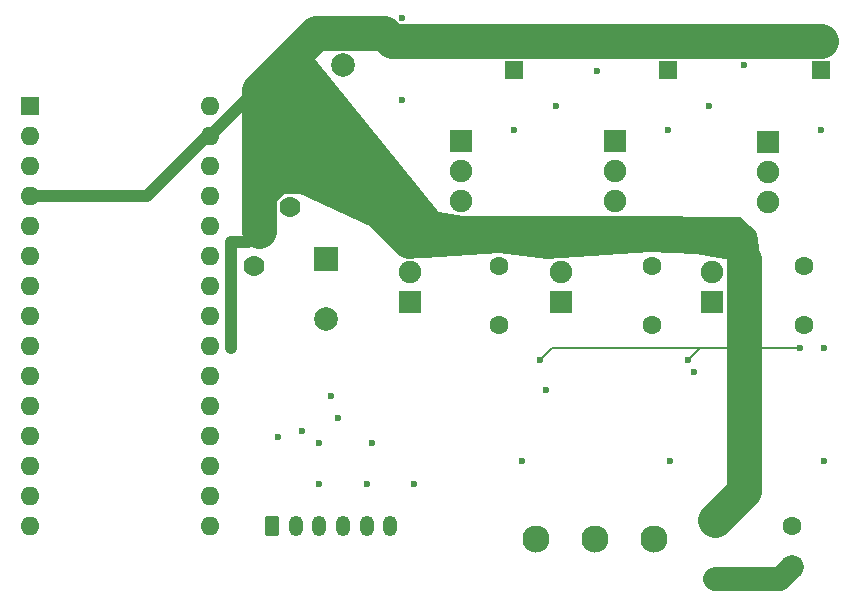
<source format=gbr>
%TF.GenerationSoftware,KiCad,Pcbnew,9.0.3*%
%TF.CreationDate,2025-07-09T22:45:58-05:00*%
%TF.ProjectId,focMotorController,666f634d-6f74-46f7-9243-6f6e74726f6c,rev?*%
%TF.SameCoordinates,Original*%
%TF.FileFunction,Copper,L2,Inr*%
%TF.FilePolarity,Positive*%
%FSLAX46Y46*%
G04 Gerber Fmt 4.6, Leading zero omitted, Abs format (unit mm)*
G04 Created by KiCad (PCBNEW 9.0.3) date 2025-07-09 22:45:58*
%MOMM*%
%LPD*%
G01*
G04 APERTURE LIST*
G04 Aperture macros list*
%AMRoundRect*
0 Rectangle with rounded corners*
0 $1 Rounding radius*
0 $2 $3 $4 $5 $6 $7 $8 $9 X,Y pos of 4 corners*
0 Add a 4 corners polygon primitive as box body*
4,1,4,$2,$3,$4,$5,$6,$7,$8,$9,$2,$3,0*
0 Add four circle primitives for the rounded corners*
1,1,$1+$1,$2,$3*
1,1,$1+$1,$4,$5*
1,1,$1+$1,$6,$7*
1,1,$1+$1,$8,$9*
0 Add four rect primitives between the rounded corners*
20,1,$1+$1,$2,$3,$4,$5,0*
20,1,$1+$1,$4,$5,$6,$7,0*
20,1,$1+$1,$6,$7,$8,$9,0*
20,1,$1+$1,$8,$9,$2,$3,0*%
G04 Aperture macros list end*
%TA.AperFunction,Conductor*%
%ADD10C,0.200000*%
%TD*%
%TA.AperFunction,ComponentPad*%
%ADD11RoundRect,0.250000X0.550000X-0.550000X0.550000X0.550000X-0.550000X0.550000X-0.550000X-0.550000X0*%
%TD*%
%TA.AperFunction,ComponentPad*%
%ADD12C,1.600000*%
%TD*%
%TA.AperFunction,ComponentPad*%
%ADD13C,1.770000*%
%TD*%
%TA.AperFunction,ComponentPad*%
%ADD14R,1.910000X1.910000*%
%TD*%
%TA.AperFunction,ComponentPad*%
%ADD15C,1.910000*%
%TD*%
%TA.AperFunction,ComponentPad*%
%ADD16RoundRect,0.250000X-0.350000X-0.625000X0.350000X-0.625000X0.350000X0.625000X-0.350000X0.625000X0*%
%TD*%
%TA.AperFunction,ComponentPad*%
%ADD17O,1.200000X1.750000*%
%TD*%
%TA.AperFunction,ComponentPad*%
%ADD18C,2.300000*%
%TD*%
%TA.AperFunction,ComponentPad*%
%ADD19C,2.000000*%
%TD*%
%TA.AperFunction,ComponentPad*%
%ADD20R,2.000000X2.000000*%
%TD*%
%TA.AperFunction,ComponentPad*%
%ADD21R,1.600000X1.600000*%
%TD*%
%TA.AperFunction,ComponentPad*%
%ADD22O,1.600000X1.600000*%
%TD*%
%TA.AperFunction,ViaPad*%
%ADD23C,0.600000*%
%TD*%
%TA.AperFunction,Conductor*%
%ADD24C,3.000000*%
%TD*%
%TA.AperFunction,Conductor*%
%ADD25C,1.000000*%
%TD*%
%TA.AperFunction,Conductor*%
%ADD26C,2.000000*%
%TD*%
G04 APERTURE END LIST*
D10*
%TO.N,GND*%
X112145701Y-56334133D02*
X126067930Y-56334133D01*
X135618579Y-56473355D01*
X136998800Y-57716754D01*
X137310354Y-60300379D01*
X134850489Y-59911792D01*
X131863591Y-59439949D01*
X127961353Y-59229957D01*
X119273882Y-59842535D01*
X115208591Y-59313490D01*
X108915744Y-59786846D01*
X107300766Y-59759001D01*
X105045364Y-57197311D01*
X105602254Y-55276044D01*
X112145701Y-56334133D01*
%TA.AperFunction,Conductor*%
G36*
X112145701Y-56334133D02*
G01*
X126067930Y-56334133D01*
X135618579Y-56473355D01*
X136998800Y-57716754D01*
X137310354Y-60300379D01*
X134850489Y-59911792D01*
X131863591Y-59439949D01*
X127961353Y-59229957D01*
X119273882Y-59842535D01*
X115208591Y-59313490D01*
X108915744Y-59786846D01*
X107300766Y-59759001D01*
X105045364Y-57197311D01*
X105602254Y-55276044D01*
X112145701Y-56334133D01*
G37*
%TD.AperFunction*%
X110500000Y-56500000D02*
X105564090Y-57624580D01*
X97841894Y-54097615D01*
X94333492Y-53317970D01*
X93925107Y-48176027D01*
X95540085Y-42959832D01*
X98647024Y-41852976D01*
X110500000Y-56500000D01*
%TA.AperFunction,Conductor*%
G36*
X110500000Y-56500000D02*
G01*
X105564090Y-57624580D01*
X97841894Y-54097615D01*
X94333492Y-53317970D01*
X93925107Y-48176027D01*
X95540085Y-42959832D01*
X98647024Y-41852976D01*
X110500000Y-56500000D01*
G37*
%TD.AperFunction*%
%TD*%
D11*
%TO.N,PVIN*%
%TO.C,C7*%
X142500000Y-43955113D03*
D12*
%TO.N,GND*%
X142500000Y-41955113D03*
%TD*%
D11*
%TO.N,Net-(C1-Pad1)*%
%TO.C,C1*%
X140000000Y-86000000D03*
D12*
%TO.N,PVIN*%
X140000000Y-82500000D03*
%TD*%
D13*
%TO.N,+12V*%
%TO.C,F1*%
X97500000Y-55500000D03*
%TO.N,Net-(D2-A)*%
X94500000Y-60500000D03*
%TD*%
D11*
%TO.N,PVIN*%
%TO.C,C6*%
X129500000Y-43955113D03*
D12*
%TO.N,GND*%
X129500000Y-41955113D03*
%TD*%
D11*
%TO.N,PVIN*%
%TO.C,C8*%
X116500000Y-43955113D03*
D12*
%TO.N,GND*%
X116500000Y-41955113D03*
%TD*%
%TO.N,GND*%
%TO.C,C2*%
X133500000Y-82000000D03*
%TO.N,Net-(C1-Pad1)*%
X133500000Y-87000000D03*
%TD*%
D14*
%TO.N,CLowGate*%
%TO.C,U5*%
X133262100Y-63587500D03*
D15*
%TO.N,PhaseCSense*%
X133262100Y-61047500D03*
%TO.N,GND*%
X133262100Y-58507500D03*
%TD*%
D14*
%TO.N,BHighGate*%
%TO.C,U7*%
X125000000Y-49920000D03*
D15*
%TO.N,PVIN*%
X125000000Y-52460000D03*
%TO.N,PhaseBSense*%
X125000000Y-55000000D03*
%TD*%
D14*
%TO.N,BLowGate*%
%TO.C,U4*%
X120430000Y-63587500D03*
D15*
%TO.N,PhaseBSense*%
X120430000Y-61047500D03*
%TO.N,GND*%
X120430000Y-58507500D03*
%TD*%
D12*
%TO.N,Net-(D8-K)*%
%TO.C,C4*%
X128204100Y-60500000D03*
%TO.N,PhaseBSense*%
X128204100Y-65500000D03*
%TD*%
D16*
%TO.N,GND*%
%TO.C,J2*%
X96000000Y-82500000D03*
D17*
%TO.N,EncoderC*%
X98000000Y-82500000D03*
%TO.N,EncoderB*%
X100000000Y-82500000D03*
%TO.N,EncoderA*%
X102000000Y-82500000D03*
%TO.N,Net-(J2-Motor_Temperature)*%
X104000000Y-82500000D03*
%TO.N,5VDD*%
X106000000Y-82500000D03*
%TD*%
D18*
%TO.N,PhaseAOut*%
%TO.C,P1*%
X118372000Y-83635000D03*
%TO.N,PhaseBOut*%
X123372000Y-83635000D03*
%TO.N,PhaseCOut*%
X128372000Y-83635000D03*
%TD*%
D14*
%TO.N,AHighGate*%
%TO.C,U6*%
X112000000Y-49920000D03*
D15*
%TO.N,PVIN*%
X112000000Y-52460000D03*
%TO.N,PhaseASense*%
X112000000Y-55000000D03*
%TD*%
D19*
%TO.N,+12V*%
%TO.C,P2*%
X102000000Y-43500000D03*
%TO.N,GND*%
X97000000Y-43500000D03*
%TD*%
D12*
%TO.N,Net-(D9-K)*%
%TO.C,C5*%
X141000000Y-60500000D03*
%TO.N,PhaseCSense*%
X141000000Y-65500000D03*
%TD*%
D20*
%TO.N,PVIN*%
%TO.C,D2*%
X100550000Y-59960000D03*
D19*
%TO.N,Net-(D2-A)*%
X100550000Y-65040000D03*
%TD*%
D14*
%TO.N,CHighGate*%
%TO.C,U8*%
X138000000Y-50047500D03*
D15*
%TO.N,PVIN*%
X138000000Y-52587500D03*
%TO.N,PhaseCSense*%
X138000000Y-55127500D03*
%TD*%
D21*
%TO.N,unconnected-(A1-D1{slash}TX-Pad1)*%
%TO.C,A1*%
X75500000Y-46980000D03*
D22*
%TO.N,unconnected-(A1-D0{slash}RX-Pad2)*%
X75500000Y-49520000D03*
%TO.N,unconnected-(A1-~{RESET}-Pad3)*%
X75500000Y-52060000D03*
%TO.N,GND*%
X75500000Y-54600000D03*
%TO.N,EncLogicA*%
X75500000Y-57140000D03*
%TO.N,EncLogicB*%
X75500000Y-59680000D03*
%TO.N,EncLogicC*%
X75500000Y-62220000D03*
%TO.N,Status1*%
X75500000Y-64760000D03*
%TO.N,Status2*%
X75500000Y-67300000D03*
%TO.N,Status3*%
X75500000Y-69840000D03*
%TO.N,PhaseA*%
X75500000Y-72380000D03*
%TO.N,PhaseB*%
X75500000Y-74920000D03*
%TO.N,PhaseC*%
X75500000Y-77460000D03*
%TO.N,Enable*%
X75500000Y-80000000D03*
%TO.N,unconnected-(A1-D12{slash}CIPO-Pad15)*%
X75500000Y-82540000D03*
%TO.N,unconnected-(A1-D13{slash}SCK-Pad16)*%
X90740000Y-82540000D03*
%TO.N,3.3VDD*%
X90740000Y-80000000D03*
%TO.N,unconnected-(A1-REF-Pad18)*%
X90740000Y-77460000D03*
%TO.N,Net-(A1-A0)*%
X90740000Y-74920000D03*
%TO.N,CurrentA*%
X90740000Y-72380000D03*
%TO.N,CurrentB*%
X90740000Y-69840000D03*
%TO.N,CurrentC*%
X90740000Y-67300000D03*
%TO.N,unconnected-(A1-SDA{slash}A4-Pad23)*%
X90740000Y-64760000D03*
%TO.N,unconnected-(A1-SCL{slash}A5-Pad24)*%
X90740000Y-62220000D03*
%TO.N,unconnected-(A1-A6-Pad25)*%
X90740000Y-59680000D03*
%TO.N,unconnected-(A1-A7-Pad26)*%
X90740000Y-57140000D03*
%TO.N,5VDD*%
X90740000Y-54600000D03*
%TO.N,unconnected-(A1-REC-Pad28)*%
X90740000Y-52060000D03*
%TO.N,GND*%
X90740000Y-49520000D03*
%TO.N,PVIN*%
X90740000Y-46980000D03*
%TD*%
D12*
%TO.N,Net-(D7-K)*%
%TO.C,C3*%
X115204100Y-60500000D03*
%TO.N,PhaseASense*%
X115204100Y-65500000D03*
%TD*%
D14*
%TO.N,ALowGate*%
%TO.C,U3*%
X107704100Y-63587500D03*
D15*
%TO.N,PhaseASense*%
X107704100Y-61047500D03*
%TO.N,GND*%
X107704100Y-58507500D03*
%TD*%
D23*
%TO.N,GND*%
X140704100Y-67500000D03*
X101500000Y-48000000D03*
X92500000Y-67500000D03*
X118704100Y-68500000D03*
X131204100Y-68500000D03*
%TO.N,EncLogicC*%
X96500000Y-75000000D03*
%TO.N,3.3VDD*%
X142704100Y-77000000D03*
X129704100Y-77000000D03*
X100000000Y-75500000D03*
X104466450Y-75533550D03*
X117204100Y-77000000D03*
%TO.N,Net-(A1-A0)*%
X101000000Y-71500000D03*
%TO.N,PhaseA*%
X107000000Y-39500000D03*
%TO.N,EncLogicA*%
X101625000Y-73375000D03*
%TO.N,CurrentA*%
X119204100Y-71000000D03*
%TO.N,PhaseC*%
X136000000Y-43500000D03*
%TO.N,CurrentC*%
X142704100Y-67500000D03*
%TO.N,CurrentB*%
X131704100Y-69500000D03*
%TO.N,PhaseB*%
X123500000Y-44000000D03*
%TO.N,5VDD*%
X104000000Y-79000000D03*
X108000000Y-79000000D03*
X100000000Y-79000000D03*
%TO.N,EncLogicB*%
X98500000Y-74500000D03*
%TO.N,Net-(D7-K)*%
X107000000Y-46500000D03*
X116500000Y-49000000D03*
%TO.N,Net-(D8-K)*%
X129500000Y-49000000D03*
X120000000Y-47000000D03*
%TO.N,Net-(D9-K)*%
X142500000Y-49000000D03*
X133000000Y-47000000D03*
%TD*%
D24*
%TO.N,GND*%
X94914000Y-45586000D02*
X94914000Y-57518000D01*
D25*
X90740000Y-49520000D02*
X90520000Y-49520000D01*
D24*
X135918100Y-79581900D02*
X133500000Y-82000000D01*
D25*
X94914000Y-45586000D02*
X94674000Y-45586000D01*
D10*
X133500000Y-67500000D02*
X132204100Y-67500000D01*
X119704100Y-67500000D02*
X132204100Y-67500000D01*
D24*
X97000000Y-43500000D02*
X94914000Y-45586000D01*
D25*
X85440000Y-54600000D02*
X75500000Y-54600000D01*
X94674000Y-45586000D02*
X90740000Y-49520000D01*
D26*
X107704100Y-58507500D02*
X107712600Y-58499000D01*
D25*
X93932000Y-58500000D02*
X94914000Y-57518000D01*
D24*
X105469158Y-40799000D02*
X106171158Y-41501000D01*
X102110600Y-52914000D02*
X107588100Y-58391500D01*
D26*
X120421500Y-58499000D02*
X120430000Y-58507500D01*
D24*
X107588100Y-58391500D02*
X107704100Y-58391500D01*
X106171158Y-41501000D02*
X115088055Y-41501000D01*
D25*
X92500000Y-58500000D02*
X93932000Y-58500000D01*
D26*
X133253600Y-58499000D02*
X133262100Y-58507500D01*
D24*
X135918100Y-59947348D02*
X135918100Y-79581900D01*
D26*
X120430000Y-58507500D02*
X120438500Y-58499000D01*
D25*
X90520000Y-49520000D02*
X85440000Y-54600000D01*
D10*
X118704100Y-68500000D02*
X119704100Y-67500000D01*
D24*
X96428843Y-52914000D02*
X102110600Y-52914000D01*
X94914000Y-54428843D02*
X96428843Y-52914000D01*
X115134942Y-41454113D02*
X142500000Y-41454113D01*
D10*
X132204100Y-67500000D02*
X131204100Y-68500000D01*
D24*
X115088055Y-41501000D02*
X115134942Y-41454113D01*
D10*
X97000000Y-43500000D02*
X101500000Y-48000000D01*
D25*
X92500000Y-58500000D02*
X92500000Y-67500000D01*
D26*
X115843887Y-41299000D02*
X116500000Y-41955113D01*
X97000000Y-43500000D02*
X99201000Y-41299000D01*
D24*
X97000000Y-43500000D02*
X99701000Y-40799000D01*
D26*
X135418100Y-80081900D02*
X133500000Y-82000000D01*
D10*
X140704100Y-67500000D02*
X133500000Y-67500000D01*
D24*
X99701000Y-40799000D02*
X105469158Y-40799000D01*
D26*
%TO.N,Net-(C1-Pad1)*%
X139000000Y-87000000D02*
X140000000Y-86000000D01*
X133500000Y-87000000D02*
X139000000Y-87000000D01*
%TD*%
M02*

</source>
